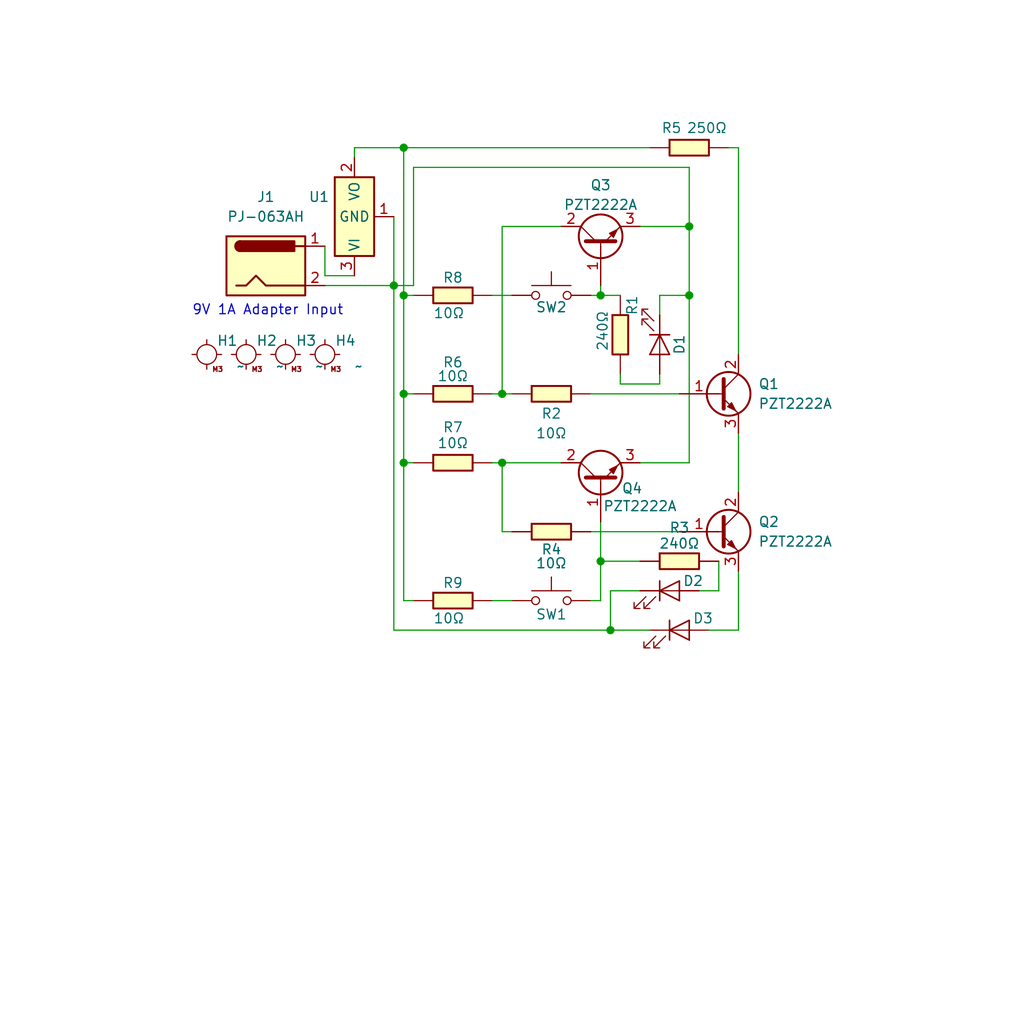
<source format=kicad_sch>
(kicad_sch (version 20231120) (generator "eeschema") (generator_version "8.0")
  (paper "User" 132.08 132.08)
  (title_block (title "Logic Gate - NAND") (date "June 23rd, 2024") (rev "2") (company "Nicholas Niles") (comment 1 "PCB to demonstrate NAND gate logic"))
  (lib_symbols
    (symbol "Connector:Jack-DC" (pin_names (offset 1.016))
      (property "Reference" "J" (at 0 5.334 0))
      (property "Value" "Jack-DC" (at 0 -5.08 0))
      (symbol "Jack-DC_0_1"
        (rectangle (start -5.08 3.81) (end 5.08 -3.81) (stroke (width 0.254)) (fill (type background)))
        (arc (start -3.302 3.175) (mid -3.9343 2.54) (end -3.302 1.905) (stroke (width 0.254)))
        (arc (start -3.302 3.175) (mid -3.9343 2.54) (end -3.302 1.905) (stroke (width 0.254)) (fill (type outline)))
        (polyline (pts (xy 5.08 2.54) (xy 3.81 2.54)) (stroke (width 0.254)))
        (polyline (pts (xy -3.81 -2.54) (xy -2.54 -2.54) (xy -1.27 -1.27) (xy 0 -2.54) (xy 2.54 -2.54) (xy 5.08 -2.54)) (stroke (width 0.254)))
        (rectangle (start 3.683 3.175) (end -3.302 1.905) (stroke (width 0.254)) (fill (type outline)))
      )
      (symbol "Jack-DC_1_1"
        (pin passive line (at 7.62 2.54 180) (length 2.54) (name "~") (number "1"))
        (pin passive line (at 7.62 -2.54 180) (length 2.54) (name "~") (number "2"))
      )
    )
    (symbol "Transistor_BJT:PZT2222A" (pin_names (offset 0) hide)
      (property "Reference" "Q" (at 5.08 1.905 0))
      (property "Value" "PZT2222A" (at 5.08 0 0))
      (symbol "PZT2222A_0_1"
        (polyline (pts (xy 0 0) (xy 0.635 0)))
        (polyline (pts (xy 2.54 -2.54) (xy 0.635 -0.635)))
        (polyline (pts (xy 2.54 2.54) (xy 0.635 0.635)))
        (polyline (pts (xy 0.635 1.905) (xy 0.635 -1.905) (xy 0.635 -1.905)) (stroke (width 0.508)))
        (polyline (pts (xy 2.286 -2.286) (xy 1.778 -1.778) (xy 1.778 -1.778)))
        (polyline (pts (xy 1.143 -1.651) (xy 1.651 -1.143) (xy 2.159 -2.159) (xy 1.143 -1.651) (xy 1.143 -1.651)) (fill (type outline)))
        (circle (center 1.27 0) (radius 2.8194) (stroke (width 0.254)))
      )
      (symbol "PZT2222A_1_1"
        (pin input line (at -5.08 0 0) (length 5.08) (name "B") (number "1"))
        (pin passive line (at 2.54 5.08 270) (length 2.54) (name "C") (number "2"))
        (pin passive line (at 2.54 -5.08 90) (length 2.54) (name "E") (number "3"))
      )
    )
    (symbol "fab:LED_1206" (pin_numbers hide) (pin_names (offset 1.016) hide)
      (property "Reference" "D" (at 0 2.54 0))
      (property "Value" "LED_1206" (at 0 -2.54 0))
      (symbol "LED_1206_0_1"
        (polyline (pts (xy -1.27 -1.27) (xy -1.27 1.27)) (stroke (width 0.2032)))
        (polyline (pts (xy -1.27 0) (xy 1.27 0)))
        (polyline (pts (xy 1.27 -1.27) (xy 1.27 1.27) (xy -1.27 0) (xy 1.27 -1.27)) (stroke (width 0.2032)))
        (polyline (pts (xy -3.048 -0.762) (xy -4.572 -2.286) (xy -3.81 -2.286) (xy -4.572 -2.286) (xy -4.572 -1.524)))
        (polyline (pts (xy -1.778 -0.762) (xy -3.302 -2.286) (xy -2.54 -2.286) (xy -3.302 -2.286) (xy -3.302 -1.524)))
      )
      (symbol "LED_1206_1_1"
        (pin passive line (at -3.81 0 0) (length 2.54) (name "K") (number "1"))
        (pin passive line (at 3.81 0 180) (length 2.54) (name "A") (number "2"))
      )
    )
    (symbol "fab:MountingHole_M3" (pin_numbers hide) (pin_names (offset 0))
      (property "Reference" "H" (at 0 0 0))
      (symbol "MountingHole_M3_0_1"
        (polyline (pts (xy -1.27 0) (xy -1.905 0)))
        (polyline (pts (xy 0 -1.27) (xy 0 -1.905)))
        (polyline (pts (xy 0 1.27) (xy 0 1.905)))
        (polyline (pts (xy 1.27 0) (xy 1.905 0)))
        (circle (center 0 0) (radius 1.27))
      )
      (symbol "MountingHole_M3_1_1"
        (text "M3" (at 0.635 -1.905 0) (effects (font (size 0.635 0.635)) (justify left)))
      )
    )
    (symbol "fab:R_1206" (pin_numbers hide) (pin_names (offset 0))
      (property "Reference" "R" (at 2.54 0 90))
      (property "Value" "R_1206" (at -2.54 0 90))
      (symbol "R_1206_0_1"
        (rectangle (start -1.016 -2.54) (end 1.016 2.54) (stroke (width 0.254)) (fill (type background)))
      )
      (symbol "R_1206_1_1"
        (pin passive line (at 0 5.08 270) (length 2.54) (name "~") (number "1"))
        (pin passive line (at 0 -5.08 90) (length 2.54) (name "~") (number "2"))
      )
    )
    (symbol "fab:Regulator_Linear_5.0V_1A_OnSemi"
      (property "Reference" "U" (at -5.08 6.35 0))
      (property "Value" "Regulator_Linear_5.0V_1A_OnSemi" (at -5.08 3.81 0))
      (symbol "Regulator_Linear_5.0V_1A_OnSemi_0_1"
        (rectangle (start -5.08 2.54) (end 5.08 -2.54) (stroke (width 0.254)) (fill (type background)))
      )
      (symbol "Regulator_Linear_5.0V_1A_OnSemi_1_1"
        (pin power_in line (at 0 -5.08 90) (length 2.54) (name "GND") (number "1"))
        (pin power_out line (at 7.62 0 180) (length 2.54) (name "VO") (number "2"))
        (pin power_in line (at -7.62 0 0) (length 2.54) (name "VI") (number "3"))
      )
    )
    (symbol "fab:Switch_Tactile_CnK" (pin_numbers hide) (pin_names (offset 1.016) hide)
      (property "Reference" "SW" (at 1.27 3.81 0))
      (property "Value" "Switch_Tactile_CnK" (at 0 0 0))
      (symbol "Switch_Tactile_CnK_0_1"
        (circle (center -2.032 0) (radius 0.508))
        (polyline (pts (xy 0 1.27) (xy 0 3.048)))
        (polyline (pts (xy 2.54 1.27) (xy -2.54 1.27)))
        (circle (center 2.032 0) (radius 0.508))
        (pin passive line (at -5.08 0 0) (length 2.54) (name "1") (number "1"))
        (pin passive line (at 5.08 0 180) (length 2.54) (name "2") (number "2"))
      )
    )
  )
  (junction (at 64.77 59.69))
  (junction (at 88.9 38.1))
  (junction (at 50.8 36.83))
  (junction (at 78.74 81.28))
  (junction (at 77.47 38.1))
  (junction (at 52.07 19.05))
  (junction (at 52.07 50.8))
  (junction (at 52.07 38.1))
  (junction (at 52.07 59.69))
  (junction (at 77.47 72.39))
  (junction (at 88.9 29.21))
  (junction (at 64.77 50.8))
  (wire (pts (xy 66.04 77.47) (xy 63.5 77.47)))
  (wire (pts (xy 66.04 50.8) (xy 64.77 50.8)))
  (wire (pts (xy 95.25 55.88) (xy 95.25 63.5)))
  (wire (pts (xy 95.25 45.72) (xy 95.25 19.05)))
  (wire (pts (xy 80.01 49.53) (xy 80.01 48.26)))
  (wire (pts (xy 52.07 38.1) (xy 52.07 50.8)))
  (wire (pts (xy 52.07 50.8) (xy 53.34 50.8)))
  (wire (pts (xy 64.77 68.58) (xy 66.04 68.58)))
  (wire (pts (xy 82.55 76.2) (xy 78.74 76.2)))
  (wire (pts (xy 77.47 38.1) (xy 80.01 38.1)))
  (wire (pts (xy 77.47 77.47) (xy 76.2 77.47)))
  (wire (pts (xy 52.07 59.69) (xy 53.34 59.69)))
  (wire (pts (xy 88.9 21.59) (xy 53.34 21.59)))
  (wire (pts (xy 78.74 76.2) (xy 78.74 81.28)))
  (wire (pts (xy 50.8 27.94) (xy 50.8 36.83)))
  (wire (pts (xy 85.09 38.1) (xy 88.9 38.1)))
  (wire (pts (xy 52.07 19.05) (xy 83.82 19.05)))
  (wire (pts (xy 95.25 81.28) (xy 95.25 73.66)))
  (wire (pts (xy 52.07 38.1) (xy 53.34 38.1)))
  (wire (pts (xy 92.71 72.39) (xy 92.71 76.2)))
  (wire (pts (xy 76.2 38.1) (xy 77.47 38.1)))
  (wire (pts (xy 85.09 49.53) (xy 85.09 48.26)))
  (wire (pts (xy 53.34 21.59) (xy 53.34 36.83)))
  (wire (pts (xy 88.9 38.1) (xy 88.9 59.69)))
  (wire (pts (xy 63.5 38.1) (xy 66.04 38.1)))
  (wire (pts (xy 64.77 59.69) (xy 64.77 68.58)))
  (wire (pts (xy 50.8 81.28) (xy 78.74 81.28)))
  (wire (pts (xy 77.47 67.31) (xy 77.47 72.39)))
  (wire (pts (xy 77.47 36.83) (xy 77.47 38.1)))
  (wire (pts (xy 52.07 50.8) (xy 52.07 59.69)))
  (wire (pts (xy 76.2 68.58) (xy 87.63 68.58)))
  (wire (pts (xy 63.5 59.69) (xy 64.77 59.69)))
  (wire (pts (xy 91.44 81.28) (xy 95.25 81.28)))
  (wire (pts (xy 41.91 36.83) (xy 50.8 36.83)))
  (wire (pts (xy 45.72 19.05) (xy 52.07 19.05)))
  (wire (pts (xy 64.77 29.21) (xy 72.39 29.21)))
  (wire (pts (xy 82.55 59.69) (xy 88.9 59.69)))
  (wire (pts (xy 52.07 59.69) (xy 52.07 77.47)))
  (wire (pts (xy 64.77 29.21) (xy 64.77 50.8)))
  (wire (pts (xy 80.01 49.53) (xy 85.09 49.53)))
  (wire (pts (xy 88.9 29.21) (xy 88.9 38.1)))
  (wire (pts (xy 82.55 72.39) (xy 77.47 72.39)))
  (wire (pts (xy 50.8 36.83) (xy 53.34 36.83)))
  (wire (pts (xy 92.71 76.2) (xy 90.17 76.2)))
  (wire (pts (xy 85.09 38.1) (xy 85.09 40.64)))
  (wire (pts (xy 53.34 77.47) (xy 52.07 77.47)))
  (wire (pts (xy 82.55 29.21) (xy 88.9 29.21)))
  (wire (pts (xy 78.74 81.28) (xy 83.82 81.28)))
  (wire (pts (xy 52.07 19.05) (xy 52.07 38.1)))
  (wire (pts (xy 63.5 50.8) (xy 64.77 50.8)))
  (wire (pts (xy 41.91 35.56) (xy 41.91 31.75)))
  (wire (pts (xy 95.25 19.05) (xy 93.98 19.05)))
  (wire (pts (xy 88.9 21.59) (xy 88.9 29.21)))
  (wire (pts (xy 77.47 72.39) (xy 77.47 77.47)))
  (wire (pts (xy 64.77 59.69) (xy 72.39 59.69)))
  (wire (pts (xy 45.72 35.56) (xy 41.91 35.56)))
  (wire (pts (xy 76.2 50.8) (xy 87.63 50.8)))
  (wire (pts (xy 45.72 20.32) (xy 45.72 19.05)))
  (wire (pts (xy 50.8 36.83) (xy 50.8 81.28)))
  (text "9V 1A Adapter Input" (at 34.544 40.132 0) (effects (font (size 1.27 1.27))))
  (symbol (lib_id "Transistor_BJT:PZT2222A") (at 92.71 50.8 0) (unit 1)
    (property "Reference" "Q1" (at 97.79 49.5299 0) (effects (justify left)))
    (property "Value" "PZT2222A" (at 97.79 52.0699 0) (effects (justify left)))
    (property "Footprint" "Package_TO_SOT_SMD:SOT-223-3_TabPin2" (effects (hide yes)))
    (property "Datasheet" "https://www.onsemi.com/pub/Collateral/PN2222-D.PDF" (effects (hide yes)))
    (property "Description" "1A Ic, 40V Vce, NPN Transistor, General Purpose Transistor, SOT-223" (effects (hide yes)))
  )
  (symbol (lib_id "fab:R_1206") (at 58.42 59.69 90) (unit 1)
    (property "Reference" "R7" (at 58.42 55.118 90))
    (property "Value" "10Ω" (at 58.42 57.15 90))
    (property "Footprint" "fab:R_1206" (effects (hide yes)))
    (property "Description" "Resistor" (effects (hide yes)))
  )
  (symbol (lib_id "fab:R_1206") (at 80.01 43.18 180) (unit 1)
    (property "Reference" "R1" (at 81.534 39.37 90))
    (property "Value" "240Ω" (at 77.724 42.672 90))
    (property "Footprint" "fab:R_1206" (effects (hide yes)))
    (property "Description" "Resistor" (effects (hide yes)))
  )
  (symbol (lib_id "Transistor_BJT:PZT2222A") (at 77.47 31.75 90) (unit 1)
    (property "Reference" "Q3" (at 77.47 23.876 90))
    (property "Value" "PZT2222A" (at 77.47 26.416 90))
    (property "Footprint" "Package_TO_SOT_SMD:SOT-223-3_TabPin2" (effects (hide yes)))
    (property "Datasheet" "https://www.onsemi.com/pub/Collateral/PN2222-D.PDF" (effects (hide yes)))
    (property "Description" "1A Ic, 40V Vce, NPN Transistor, General Purpose Transistor, SOT-223" (effects (hide yes)))
  )
  (symbol (lib_id "fab:LED_1206") (at 87.63 81.28 0) (unit 1)
    (property "Reference" "D3" (at 90.678 79.756 0))
    (property "Value" "LED 1206" (effects (hide yes)))
    (property "Footprint" "fab:LED_1206" (effects (hide yes)))
    (property "Datasheet" "https://optoelectronics.liteon.com/upload/download/DS-22-98-0002/LTST-C150CKT.pdf" (effects (hide yes)))
    (property "Description" "Light emitting diode, Lite-On Inc. LTST, SMD" (effects (hide yes)))
  )
  (symbol (lib_id "fab:R_1206") (at 58.42 38.1 270) (unit 1)
    (property "Reference" "R8" (at 58.42 35.814 90))
    (property "Value" "10Ω" (at 57.912 40.386 90))
    (property "Footprint" "fab:R_1206" (effects (hide yes)))
    (property "Description" "Resistor" (effects (hide yes)))
  )
  (symbol (lib_id "fab:LED_1206") (at 86.36 76.2 0) (unit 1)
    (property "Reference" "D2" (at 89.408 74.93 0))
    (property "Value" "LED 1206" (effects (hide yes)))
    (property "Footprint" "fab:LED_1206" (effects (hide yes)))
    (property "Datasheet" "https://optoelectronics.liteon.com/upload/download/DS-22-98-0002/LTST-C150CKT.pdf" (effects (hide yes)))
    (property "Description" "Light emitting diode, Lite-On Inc. LTST, SMD" (effects (hide yes)))
  )
  (symbol (lib_id "fab:MountingHole_M3") (at 36.83 45.72 0) (unit 1)
    (property "Reference" "H3" (at 38.1 43.942 0) (effects (justify left)))
    (property "Value" "~" (at 40.64 47.2454 0) (effects (justify left)))
    (property "Footprint" "fab:MountingHole_M3" (effects (hide yes)))
  )
  (symbol (lib_id "fab:MountingHole_M3") (at 31.75 45.72 0) (unit 1)
    (property "Reference" "H2" (at 33.02 43.942 0) (effects (justify left)))
    (property "Value" "~" (at 35.56 47.2454 0) (effects (justify left)))
    (property "Footprint" "fab:MountingHole_M3" (effects (hide yes)))
  )
  (symbol (lib_id "fab:Switch_Tactile_CnK") (at 71.12 38.1 0) (unit 1)
    (property "Reference" "SW2" (at 71.12 39.624 0))
    (property "Value" "SMD Momentary Button" (effects (hide yes)))
    (property "Footprint" "fab:Button_CnK_PTS636.0_6x3.5mm" (effects (hide yes)))
    (property "Datasheet" "https://www.ckswitches.com/media/2779/pts636.pdf" (effects (hide yes)))
    (property "Description" "Push button switch, C&K PTS636 SM25F SMTR LFS, Tactile Switch SPST-NO Top Actuated Surface Mount" (effects (hide yes)))
  )
  (symbol (lib_id "fab:R_1206") (at 88.9 19.05 270) (unit 1)
    (property "Reference" "R5" (at 86.614 16.51 90))
    (property "Value" "250Ω" (at 91.186 16.51 90))
    (property "Footprint" "fab:R_1206" (effects (hide yes)))
    (property "Description" "Resistor" (effects (hide yes)))
  )
  (symbol (lib_id "fab:R_1206") (at 87.63 72.39 90) (unit 1)
    (property "Reference" "R3" (at 87.63 68.072 90))
    (property "Value" "240Ω" (at 87.63 70.104 90))
    (property "Footprint" "fab:R_1206" (effects (hide yes)))
    (property "Description" "Resistor" (effects (hide yes)))
  )
  (symbol (lib_id "fab:R_1206") (at 58.42 50.8 90) (unit 1)
    (property "Reference" "R6" (at 58.42 46.736 90))
    (property "Value" "10Ω" (at 58.42 48.514 90))
    (property "Footprint" "fab:R_1206" (effects (hide yes)))
    (property "Description" "Resistor" (effects (hide yes)))
  )
  (symbol (lib_id "fab:Regulator_Linear_5.0V_1A_OnSemi") (at 45.72 27.94 90) (unit 1)
    (property "Reference" "U1" (at 41.148 25.4 90))
    (property "Value" "Linear Regulator SMD" (effects (hide yes)))
    (property "Footprint" "fab:SOT-223-3_TabPin2" (effects (hide yes)))
    (property "Datasheet" "https://www.onsemi.com/pdf/datasheet/ncp1117-d.pdf" (effects (hide yes)))
    (property "Description" "5.0V 1A Linear Voltage Regulator from OnSemi in SOT-223-3_TabPin2 package" (effects (hide yes)))
  )
  (symbol (lib_id "Transistor_BJT:PZT2222A") (at 77.47 62.23 90) (unit 1)
    (property "Reference" "Q4" (at 81.534 62.992 90))
    (property "Value" "PZT2222A" (at 82.55 65.278 90))
    (property "Footprint" "Package_TO_SOT_SMD:SOT-223-3_TabPin2" (effects (hide yes)))
    (property "Datasheet" "https://www.onsemi.com/pub/Collateral/PN2222-D.PDF" (effects (hide yes)))
    (property "Description" "1A Ic, 40V Vce, NPN Transistor, General Purpose Transistor, SOT-223" (effects (hide yes)))
  )
  (symbol (lib_id "fab:R_1206") (at 58.42 77.47 270) (unit 1)
    (property "Reference" "R9" (at 58.42 75.184 90))
    (property "Value" "10Ω" (at 57.912 79.756 90))
    (property "Footprint" "fab:R_1206" (effects (hide yes)))
    (property "Description" "Resistor" (effects (hide yes)))
  )
  (symbol (lib_id "fab:MountingHole_M3") (at 41.91 45.72 0) (unit 1)
    (property "Reference" "H4" (at 43.18 43.942 0) (effects (justify left)))
    (property "Value" "~" (at 45.72 47.2454 0) (effects (justify left)))
    (property "Footprint" "fab:MountingHole_M3" (effects (hide yes)))
  )
  (symbol (lib_id "fab:R_1206") (at 71.12 50.8 90) (unit 1)
    (property "Reference" "R2" (at 71.12 53.34 90))
    (property "Value" "10Ω" (at 71.12 55.88 90))
    (property "Footprint" "fab:R_1206" (effects (hide yes)))
    (property "Description" "Resistor" (effects (hide yes)))
  )
  (symbol (lib_id "fab:R_1206") (at 71.12 68.58 90) (unit 1)
    (property "Reference" "R4" (at 71.12 70.866 90))
    (property "Value" "10Ω" (at 71.12 72.644 90))
    (property "Footprint" "fab:R_1206" (effects (hide yes)))
    (property "Description" "Resistor" (effects (hide yes)))
  )
  (symbol (lib_id "fab:LED_1206") (at 85.09 44.45 270) (unit 1)
    (property "Reference" "D1" (at 87.63 44.45 0))
    (property "Value" "1206" (effects (hide yes)))
    (property "Footprint" "fab:LED_1206" (effects (hide yes)))
    (property "Datasheet" "https://optoelectronics.liteon.com/upload/download/DS-22-98-0002/LTST-C150CKT.pdf" (effects (hide yes)))
    (property "Description" "Light emitting diode, Lite-On Inc. LTST, SMD" (effects (hide yes)))
  )
  (symbol (lib_id "Connector:Jack-DC") (at 34.29 34.29 0) (unit 1)
    (property "Reference" "J1" (at 34.29 25.4 0))
    (property "Value" "PJ-063AH" (at 34.29 27.94 0))
    (property "Footprint" "Connector_BarrelJack:BarrelJack_CUI_PJ-063AH_Horizontal" (effects (hide yes)))
    (property "Description" "DC Barrel Jack" (effects (hide yes)))
  )
  (symbol (lib_id "fab:MountingHole_M3") (at 26.67 45.72 0) (unit 1)
    (property "Reference" "H1" (at 27.94 43.942 0) (effects (justify left)))
    (property "Value" "~" (at 30.48 47.2454 0) (effects (justify left)))
    (property "Footprint" "fab:MountingHole_M3" (effects (hide yes)))
  )
  (symbol (lib_id "fab:Switch_Tactile_CnK") (at 71.12 77.47 0) (unit 1)
    (property "Reference" "SW1" (at 71.12 79.248 0))
    (property "Value" "SMD Momentary Button" (effects (hide yes)))
    (property "Footprint" "fab:Button_CnK_PTS636.0_6x3.5mm" (effects (hide yes)))
    (property "Datasheet" "https://www.ckswitches.com/media/2779/pts636.pdf" (effects (hide yes)))
    (property "Description" "Push button switch, C&K PTS636 SM25F SMTR LFS, Tactile Switch SPST-NO Top Actuated Surface Mount" (effects (hide yes)))
  )
  (symbol (lib_id "Transistor_BJT:PZT2222A") (at 92.71 68.58 0) (unit 1)
    (property "Reference" "Q2" (at 97.79 67.3099 0) (effects (justify left)))
    (property "Value" "PZT2222A" (at 97.79 69.8499 0) (effects (justify left)))
    (property "Footprint" "Package_TO_SOT_SMD:SOT-223-3_TabPin2" (effects (hide yes)))
    (property "Datasheet" "https://www.onsemi.com/pub/Collateral/PN2222-D.PDF" (effects (hide yes)))
    (property "Description" "1A Ic, 40V Vce, NPN Transistor, General Purpose Transistor, SOT-223" (effects (hide yes)))
  )
)
</source>
